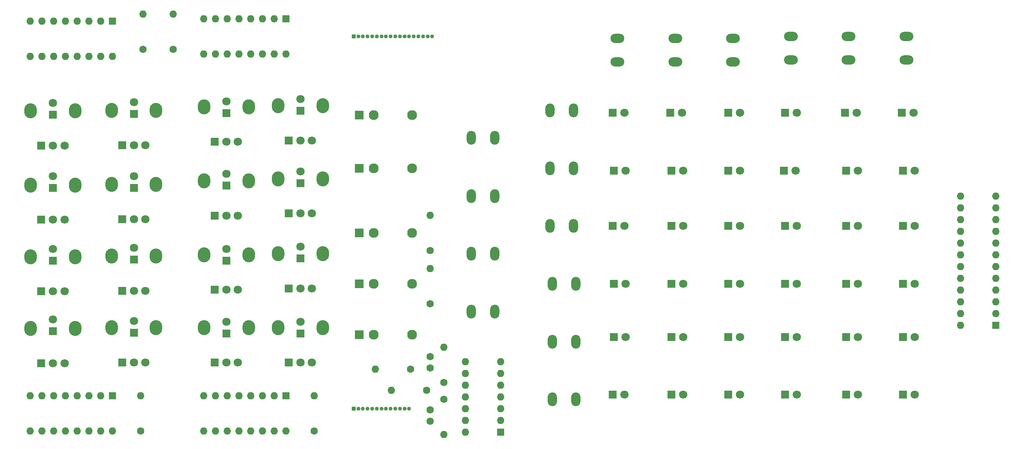
<source format=gbs>
G04 #@! TF.GenerationSoftware,KiCad,Pcbnew,6.0.5-2.fc35*
G04 #@! TF.CreationDate,2022-07-06T14:43:39+02:00*
G04 #@! TF.ProjectId,front,66726f6e-742e-46b6-9963-61645f706362,rev?*
G04 #@! TF.SameCoordinates,Original*
G04 #@! TF.FileFunction,Soldermask,Bot*
G04 #@! TF.FilePolarity,Negative*
%FSLAX46Y46*%
G04 Gerber Fmt 4.6, Leading zero omitted, Abs format (unit mm)*
G04 Created by KiCad (PCBNEW 6.0.5-2.fc35) date 2022-07-06 14:43:39*
%MOMM*%
%LPD*%
G01*
G04 APERTURE LIST*
%ADD10R,1.800000X1.800000*%
%ADD11C,1.800000*%
%ADD12C,1.600000*%
%ADD13O,1.600000X1.600000*%
%ADD14R,1.600000X1.600000*%
%ADD15O,2.000000X3.000000*%
%ADD16R,0.850000X0.850000*%
%ADD17O,0.850000X0.850000*%
%ADD18O,3.000000X2.000000*%
%ADD19O,2.720000X3.240000*%
%ADD20R,1.830000X1.930000*%
%ADD21C,2.130000*%
G04 APERTURE END LIST*
D10*
X184525000Y-81000000D03*
D11*
X187065000Y-81000000D03*
D12*
X69800000Y-137310000D03*
D13*
X69800000Y-129690000D03*
D14*
X63700000Y-48700000D03*
D13*
X61160000Y-48700000D03*
X58620000Y-48700000D03*
X56080000Y-48700000D03*
X53540000Y-48700000D03*
X51000000Y-48700000D03*
X48460000Y-48700000D03*
X45920000Y-48700000D03*
X45920000Y-56320000D03*
X48460000Y-56320000D03*
X51000000Y-56320000D03*
X53540000Y-56320000D03*
X56080000Y-56320000D03*
X58620000Y-56320000D03*
X61160000Y-56320000D03*
X63700000Y-56320000D03*
D10*
X208800000Y-81000000D03*
D11*
X211340000Y-81000000D03*
D15*
X141260000Y-111500000D03*
X146340000Y-111500000D03*
D12*
X70300000Y-54810000D03*
D13*
X70300000Y-47190000D03*
D10*
X50800000Y-68925000D03*
D11*
X50800000Y-66385000D03*
D10*
X234485000Y-81000000D03*
D11*
X237025000Y-81000000D03*
D16*
X115800000Y-132500000D03*
D17*
X116800000Y-132500000D03*
X117800000Y-132500000D03*
X118800000Y-132500000D03*
X119800000Y-132500000D03*
X120800000Y-132500000D03*
X121800000Y-132500000D03*
X122800000Y-132500000D03*
X123800000Y-132500000D03*
X124800000Y-132500000D03*
X125800000Y-132500000D03*
X126800000Y-132500000D03*
X127800000Y-132500000D03*
D10*
X50800000Y-100500000D03*
D11*
X50800000Y-97960000D03*
D14*
X147600000Y-137625000D03*
D13*
X147600000Y-135085000D03*
X147600000Y-132545000D03*
X147600000Y-130005000D03*
X147600000Y-127465000D03*
X147600000Y-124925000D03*
X147600000Y-122385000D03*
X139980000Y-122385000D03*
X139980000Y-124925000D03*
X139980000Y-127465000D03*
X139980000Y-130005000D03*
X139980000Y-132545000D03*
X139980000Y-135085000D03*
X139980000Y-137625000D03*
D10*
X172025000Y-81000000D03*
D11*
X174565000Y-81000000D03*
D10*
X68300000Y-68775000D03*
D11*
X68300000Y-66235000D03*
D18*
X197800000Y-52460000D03*
X197800000Y-57540000D03*
D19*
X99500000Y-82775000D03*
X109100000Y-82775000D03*
D10*
X101800000Y-90275000D03*
D11*
X104300000Y-90275000D03*
X106800000Y-90275000D03*
D19*
X63500000Y-99500000D03*
X73100000Y-99500000D03*
D10*
X65800000Y-107000000D03*
D11*
X68300000Y-107000000D03*
X70800000Y-107000000D03*
D10*
X196760000Y-117000000D03*
D11*
X199300000Y-117000000D03*
D10*
X234485000Y-93000000D03*
D11*
X237025000Y-93000000D03*
D10*
X209025000Y-93000000D03*
D11*
X211565000Y-93000000D03*
D10*
X104300000Y-83775000D03*
D11*
X104300000Y-81235000D03*
D19*
X93100000Y-99275000D03*
X83500000Y-99275000D03*
D10*
X85800000Y-106775000D03*
D11*
X88300000Y-106775000D03*
X90800000Y-106775000D03*
D10*
X104300000Y-116275000D03*
D11*
X104300000Y-113735000D03*
D19*
X63500000Y-115000000D03*
X73100000Y-115000000D03*
D10*
X65800000Y-122500000D03*
D11*
X68300000Y-122500000D03*
X70800000Y-122500000D03*
D15*
X163840000Y-118000000D03*
X158760000Y-118000000D03*
D10*
X196760000Y-129500000D03*
D11*
X199300000Y-129500000D03*
D10*
X50800000Y-84775000D03*
D11*
X50800000Y-82235000D03*
D10*
X222250000Y-129500000D03*
D11*
X224790000Y-129500000D03*
D19*
X73100000Y-68000000D03*
X63500000Y-68000000D03*
D10*
X65800000Y-75500000D03*
D11*
X68300000Y-75500000D03*
X70800000Y-75500000D03*
D10*
X88300000Y-68550000D03*
D11*
X88300000Y-66010000D03*
D14*
X101200000Y-129700000D03*
D13*
X98660000Y-129700000D03*
X96120000Y-129700000D03*
X93580000Y-129700000D03*
X91040000Y-129700000D03*
X88500000Y-129700000D03*
X85960000Y-129700000D03*
X83420000Y-129700000D03*
X83420000Y-137320000D03*
X85960000Y-137320000D03*
X88500000Y-137320000D03*
X91040000Y-137320000D03*
X93580000Y-137320000D03*
X96120000Y-137320000D03*
X98660000Y-137320000D03*
X101200000Y-137320000D03*
D10*
X234485000Y-129500000D03*
D11*
X237025000Y-129500000D03*
D10*
X50800000Y-115775000D03*
D11*
X50800000Y-113235000D03*
D10*
X184525000Y-93000000D03*
D11*
X187065000Y-93000000D03*
D10*
X209025000Y-117000000D03*
D11*
X211565000Y-117000000D03*
D19*
X46000000Y-68110000D03*
X55600000Y-68110000D03*
D10*
X48300000Y-75610000D03*
D11*
X50800000Y-75610000D03*
X53300000Y-75610000D03*
D18*
X210300000Y-51960000D03*
X210300000Y-57040000D03*
D15*
X163840000Y-130500000D03*
X158760000Y-130500000D03*
D10*
X68300000Y-100275000D03*
D11*
X68300000Y-97735000D03*
D10*
X196760000Y-93000000D03*
D11*
X199300000Y-93000000D03*
D20*
X117020000Y-116500000D03*
D21*
X128420000Y-116500000D03*
X120120000Y-116500000D03*
D10*
X88300000Y-116275000D03*
D11*
X88300000Y-113735000D03*
D12*
X131610000Y-128500000D03*
D13*
X123990000Y-128500000D03*
D10*
X172025000Y-105500000D03*
D11*
X174565000Y-105500000D03*
D14*
X254600000Y-114475000D03*
D13*
X254600000Y-111935000D03*
X254600000Y-109395000D03*
X254600000Y-106855000D03*
X254600000Y-104315000D03*
X254600000Y-101775000D03*
X254600000Y-99235000D03*
X254600000Y-96695000D03*
X254600000Y-94155000D03*
X254600000Y-91615000D03*
X254600000Y-89075000D03*
X254600000Y-86535000D03*
X246980000Y-86535000D03*
X246980000Y-89075000D03*
X246980000Y-91615000D03*
X246980000Y-94155000D03*
X246980000Y-96695000D03*
X246980000Y-99235000D03*
X246980000Y-101775000D03*
X246980000Y-104315000D03*
X246980000Y-106855000D03*
X246980000Y-109395000D03*
X246980000Y-111935000D03*
X246980000Y-114475000D03*
D12*
X132300000Y-98310000D03*
D13*
X132300000Y-90690000D03*
D15*
X163840000Y-105500000D03*
X158760000Y-105500000D03*
D20*
X117020000Y-69000000D03*
D21*
X128420000Y-69000000D03*
X120120000Y-69000000D03*
D10*
X68300000Y-116050000D03*
D11*
X68300000Y-113510000D03*
D14*
X101200000Y-48200000D03*
D13*
X98660000Y-48200000D03*
X96120000Y-48200000D03*
X93580000Y-48200000D03*
X91040000Y-48200000D03*
X88500000Y-48200000D03*
X85960000Y-48200000D03*
X83420000Y-48200000D03*
X83420000Y-55820000D03*
X85960000Y-55820000D03*
X88500000Y-55820000D03*
X91040000Y-55820000D03*
X93580000Y-55820000D03*
X96120000Y-55820000D03*
X98660000Y-55820000D03*
X101200000Y-55820000D03*
D12*
X135300000Y-126810000D03*
D13*
X135300000Y-119190000D03*
D10*
X88300000Y-84275000D03*
D11*
X88300000Y-81735000D03*
D10*
X222025000Y-68500000D03*
D11*
X224565000Y-68500000D03*
D12*
X132300000Y-132750000D03*
X132300000Y-135250000D03*
X76800000Y-54810000D03*
D13*
X76800000Y-47190000D03*
D10*
X184525000Y-117000000D03*
D11*
X187065000Y-117000000D03*
D16*
X115800000Y-52000000D03*
D17*
X116800000Y-52000000D03*
X117800000Y-52000000D03*
X118800000Y-52000000D03*
X119800000Y-52000000D03*
X120800000Y-52000000D03*
X121800000Y-52000000D03*
X122800000Y-52000000D03*
X123800000Y-52000000D03*
X124800000Y-52000000D03*
X125800000Y-52000000D03*
X126800000Y-52000000D03*
X127800000Y-52000000D03*
X128800000Y-52000000D03*
X129800000Y-52000000D03*
X130800000Y-52000000D03*
X131800000Y-52000000D03*
X132800000Y-52000000D03*
D19*
X46000000Y-84140000D03*
X55600000Y-84140000D03*
D10*
X48300000Y-91640000D03*
D11*
X50800000Y-91640000D03*
X53300000Y-91640000D03*
D10*
X172025000Y-117000000D03*
D11*
X174565000Y-117000000D03*
D14*
X63700000Y-129700000D03*
D13*
X61160000Y-129700000D03*
X58620000Y-129700000D03*
X56080000Y-129700000D03*
X53540000Y-129700000D03*
X51000000Y-129700000D03*
X48460000Y-129700000D03*
X45920000Y-129700000D03*
X45920000Y-137320000D03*
X48460000Y-137320000D03*
X51000000Y-137320000D03*
X53540000Y-137320000D03*
X56080000Y-137320000D03*
X58620000Y-137320000D03*
X61160000Y-137320000D03*
X63700000Y-137320000D03*
D20*
X117020000Y-105500000D03*
D21*
X128420000Y-105500000D03*
X120120000Y-105500000D03*
D10*
X209025000Y-129500000D03*
D11*
X211565000Y-129500000D03*
D10*
X88300000Y-100500000D03*
D11*
X88300000Y-97960000D03*
D20*
X117020000Y-94500000D03*
D21*
X128420000Y-94500000D03*
X120120000Y-94500000D03*
D19*
X55600000Y-115150000D03*
X46000000Y-115150000D03*
D10*
X48300000Y-122650000D03*
D11*
X50800000Y-122650000D03*
X53300000Y-122650000D03*
D15*
X141260000Y-99000000D03*
X146340000Y-99000000D03*
D10*
X222250000Y-93000000D03*
D11*
X224790000Y-93000000D03*
D10*
X196760000Y-105500000D03*
D11*
X199300000Y-105500000D03*
D15*
X141260000Y-86500000D03*
X146340000Y-86500000D03*
D18*
X172800000Y-52460000D03*
X172800000Y-57540000D03*
X185300000Y-52460000D03*
X185300000Y-57540000D03*
D10*
X234485000Y-105500000D03*
D11*
X237025000Y-105500000D03*
D10*
X184525000Y-129500000D03*
D11*
X187065000Y-129500000D03*
D12*
X107300000Y-137310000D03*
D13*
X107300000Y-129690000D03*
D12*
X135300000Y-130500000D03*
D13*
X135300000Y-138120000D03*
D10*
X171800000Y-93000000D03*
D11*
X174340000Y-93000000D03*
D10*
X68300000Y-84775000D03*
D11*
X68300000Y-82235000D03*
D10*
X234485000Y-117000000D03*
D11*
X237025000Y-117000000D03*
D15*
X163340000Y-80500000D03*
X158260000Y-80500000D03*
D10*
X196760000Y-68500000D03*
D11*
X199300000Y-68500000D03*
D12*
X132300000Y-123750000D03*
X132300000Y-121250000D03*
D10*
X209025000Y-105500000D03*
D11*
X211565000Y-105500000D03*
D10*
X171760000Y-68500000D03*
D11*
X174300000Y-68500000D03*
D18*
X235300000Y-51960000D03*
X235300000Y-57040000D03*
D10*
X184525000Y-105500000D03*
D11*
X187065000Y-105500000D03*
D19*
X63500000Y-84000000D03*
X73100000Y-84000000D03*
D10*
X65800000Y-91500000D03*
D11*
X68300000Y-91500000D03*
X70800000Y-91500000D03*
D10*
X104300000Y-68040000D03*
D11*
X104300000Y-65500000D03*
D10*
X234260000Y-68500000D03*
D11*
X236800000Y-68500000D03*
D19*
X109100000Y-99000000D03*
X99500000Y-99000000D03*
D10*
X101800000Y-106500000D03*
D11*
X104300000Y-106500000D03*
X106800000Y-106500000D03*
D19*
X109100000Y-67000000D03*
X99500000Y-67000000D03*
D10*
X101800000Y-74500000D03*
D11*
X104300000Y-74500000D03*
X106800000Y-74500000D03*
D15*
X163340000Y-93000000D03*
X158260000Y-93000000D03*
D19*
X83500000Y-67275000D03*
X93100000Y-67275000D03*
D10*
X85800000Y-74775000D03*
D11*
X88300000Y-74775000D03*
X90800000Y-74775000D03*
D10*
X222250000Y-81000000D03*
D11*
X224790000Y-81000000D03*
D15*
X163340000Y-68000000D03*
X158260000Y-68000000D03*
D20*
X117020000Y-80500000D03*
D21*
X128420000Y-80500000D03*
X120120000Y-80500000D03*
D19*
X109100000Y-115000000D03*
X99500000Y-115000000D03*
D10*
X101800000Y-122500000D03*
D11*
X104300000Y-122500000D03*
X106800000Y-122500000D03*
D10*
X184260000Y-68500000D03*
D11*
X186800000Y-68500000D03*
D15*
X141260000Y-73900000D03*
X146340000Y-73900000D03*
D10*
X222250000Y-117000000D03*
D11*
X224790000Y-117000000D03*
D10*
X222250000Y-105500000D03*
D11*
X224790000Y-105500000D03*
D19*
X93100000Y-83275000D03*
X83500000Y-83275000D03*
D10*
X85800000Y-90775000D03*
D11*
X88300000Y-90775000D03*
X90800000Y-90775000D03*
D10*
X196760000Y-81000000D03*
D11*
X199300000Y-81000000D03*
D10*
X104300000Y-100000000D03*
D11*
X104300000Y-97460000D03*
D18*
X222800000Y-51960000D03*
X222800000Y-57040000D03*
D12*
X128110000Y-124000000D03*
D13*
X120490000Y-124000000D03*
D19*
X83500000Y-115000000D03*
X93100000Y-115000000D03*
D10*
X85800000Y-122500000D03*
D11*
X88300000Y-122500000D03*
X90800000Y-122500000D03*
D12*
X132300000Y-109810000D03*
D13*
X132300000Y-102190000D03*
D10*
X209025000Y-68500000D03*
D11*
X211565000Y-68500000D03*
D19*
X46000000Y-99650000D03*
X55600000Y-99650000D03*
D10*
X48300000Y-107150000D03*
D11*
X50800000Y-107150000D03*
X53300000Y-107150000D03*
D10*
X171800000Y-129500000D03*
D11*
X174340000Y-129500000D03*
M02*

</source>
